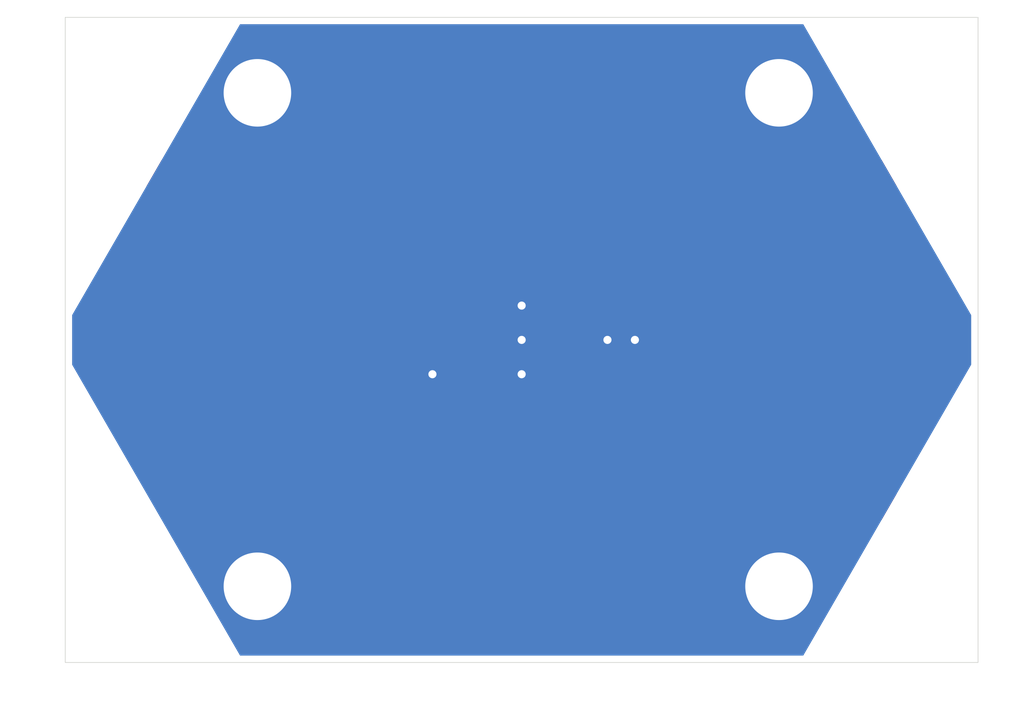
<source format=kicad_pcb>
(kicad_pcb (version 20241229) (generator "pcbnew") (generator_version "9.0")
  (layers (0 "F.Cu" signal) (2 "B.Cu" signal) (13 "F.Paste" user) (15 "B.Paste" user) (5 "F.SilkS" user "F.Silkscreen") (7 "B.SilkS" user "B.Silkscreen") (1 "F.Mask" user) (3 "B.Mask" user) (25 "Edge.Cuts" user))
  (net 0 "")
  (footprint "MountingHole:MountingHole_2.5mm" (layer "F.Cu") (at 6.6548 -2.6416)
    (property "Reference" "REF**" (hide yes))
    (property "Value" "MountingHole_2.5mm")
    (pad "" np_thru_hole circle (at 0.4572 -0.1778) (size 2.5 2.5) (drill 2.5) (layers "*.Cu" "*.Mask"))
  )
  (footprint "MountingHole:MountingHole_2.5mm" (layer "F.Cu") (at 5.6388 -21.082)
    (property "Reference" "REF**" (hide yes))
    (property "Value" "MountingHole_2.5mm")
    (pad "" np_thru_hole circle (at 1.4732 0) (size 2.5 2.5) (drill 2.5) (layers "*.Cu" "*.Mask"))
  )
  (footprint "MountingHole:MountingHole_2.5mm" (layer "F.Cu") (at 27.0256 -2.8448)
    (property "Reference" "REF**" (hide yes))
    (property "Value" "MountingHole_2.5mm")
    (pad "" np_thru_hole circle (at -0.6096 0.0254) (size 2.5 2.5) (drill 2.5) (layers "*.Cu" "*.Mask"))
  )
  (footprint "MountingHole:MountingHole_2.5mm" (layer "F.Cu") (at 27.432 -21.7424)
    (property "Reference" "REF**" (hide yes))
    (property "Value" "MountingHole_2.5mm")
    (pad "" np_thru_hole circle (at -1.016 0.6604) (size 2.5 2.5) (drill 2.5) (layers "*.Cu" "*.Mask"))
  )
  (gr_poly (pts (xy 15.2908 -14.5796) (xy 15.2908 -16.1544) (xy 16.1798 -16.1544) (xy 16.1798 -14.5796)) (fill yes) (layer "F.Cu"))
  (gr_poly (pts (xy 11.33602 -12.827) (xy 3.01244 -17.63268) (xy 3.57124 -18.60042) (xy 11.63574 -13.9446) (xy 14.1224 -13.9446) (xy 14.478 -13.589) (xy 16.129 -13.589) (xy 16.129 -12.827)) (fill yes) (layer "F.Cu"))
  (gr_poly (pts (xy 22.44598 -12.827) (xy 30.76956 -17.63268) (xy 30.21076 -18.60042) (xy 22.14626 -13.9446) (xy 19.6596 -13.9446) (xy 19.304 -13.589) (xy 17.653 -13.589) (xy 17.653 -12.827)) (fill yes) (layer "F.Cu"))
  (gr_poly (pts (xy 11.811 -10.287) (xy 11.811 -11.049) (xy 16.51 -11.049) (xy 16.51 -13.589) (xy 17.272 -13.589) (xy 17.272 -12.319) (xy 25.34158 -12.319) (xy 25.34158 -11.557) (xy 17.272 -11.557) (xy 17.272 -10.287)) (fill yes) (layer "F.Cu"))
  (gr_poly (pts (xy 22.44598 -11.049) (xy 30.76956 -6.24332) (xy 30.21076 -5.27558) (xy 22.14626 -9.9314) (xy 19.6596 -9.9314) (xy 19.304 -10.287) (xy 17.653 -10.287) (xy 17.653 -11.049)) (fill yes) (layer "F.Cu"))
  (gr_poly (pts (xy 0.254 -11.02106) (xy 0.254 -12.85494) (xy 6.46938 -23.622) (xy 27.31262 -23.622) (xy 33.528 -12.85494) (xy 33.528 -11.02106) (xy 27.31262 -0.254) (xy 6.46938 -0.254)) (fill yes) (layer "B.Cu"))
  (gr_rect (start 0 -23.876) (end 33.782 0) (stroke (width 0.0254)) (fill no) (layer "Edge.Cuts"))
  (segment (start 21.209 -2.75336) (end 21.209 -3.11658) (width 0.1778) (layer "F.Cu") (net 0))
  (segment (start 9.398 -2.39014) (end 11.09218 -2.39014) (width 0.1778) (layer "F.Cu") (net 0))
  (segment (start 22.01418 -1.78562) (end 23.58644 -1.78562) (width 0.1778) (layer "F.Cu") (net 0))
  (segment (start 21.209 -3.11658) (end 21.08962 -3.7211) (width 0.1778) (layer "F.Cu") (net 0))
  (segment (start 14.07414 -1.66624) (end 15.76578 -1.66624) (width 0.1778) (layer "F.Cu") (net 0))
  (segment (start 20.4851 -4.10464) (end 20.24126 -4.10464) (width 0.1778) (layer "F.Cu") (net 0))
  (segment (start 14.0208 -20.14982) (end 11.7856 -20.14982) (width 0.38997) (layer "F.Cu") (net 0))
  (segment (start 19.51736 -2.75336) (end 19.63674 -2.14884) (width 0.1778) (layer "F.Cu") (net 0))
  (segment (start 23.04288 -22.31644) (end 23.16226 -22.31644) (width 0.1778) (layer "F.Cu") (net 0))
  (segment (start 21.12772 -22.29358) (end 20.88642 -22.19452) (width 0.1778) (layer "F.Cu") (net 0))
  (segment (start 17.72158 -21.70938) (end 17.72158 -19.77644) (width 0.1778) (layer "F.Cu") (net 0))
  (segment (start 21.08962 -2.14884) (end 21.209 -2.75336) (width 0.1778) (layer "F.Cu") (net 0))
  (segment (start 20.84578 -1.78562) (end 21.08962 -2.14884) (width 0.1778) (layer "F.Cu") (net 0))
  (segment (start 11.7856 -22.17928) (end 14.0208 -22.17928) (width 0.38997) (layer "F.Cu") (net 0))
  (segment (start 12.30122 -3.82016) (end 12.66444 -4.18338) (width 0.1778) (layer "F.Cu") (net 0))
  (segment (start 22.25802 -3.9624) (end 22.49932 -4.064) (width 0.1778) (layer "F.Cu") (net 0))
  (segment (start 15.3035 -2.87528) (end 14.21638 -1.66624) (width 0.1778) (layer "F.Cu") (net 0))
  (segment (start 20.42414 -20.74164) (end 20.54352 -20.38096) (width 0.1778) (layer "F.Cu") (net 0))
  (segment (start 20.24126 -1.66624) (end 20.4851 -1.66624) (width 0.1778) (layer "F.Cu") (net 0))
  (segment (start 19.53514 -22.31644) (end 19.53514 -19.77644) (width 0.1778) (layer "F.Cu") (net 0))
  (segment (start 23.46706 -3.4798) (end 23.36546 -3.2385) (width 0.1778) (layer "F.Cu") (net 0))
  (segment (start 23.24608 -4.08432) (end 23.36546 -3.9624) (width 0.1778) (layer "F.Cu") (net 0))
  (segment (start 14.6304 -19.304) (end 14.6304 -20.1168) (width 0.38997) (layer "F.Cu") (net 0))
  (segment (start 22.19706 -21.70938) (end 22.09546 -21.95322) (width 0.1778) (layer "F.Cu") (net 0))
  (segment (start 20.84578 -3.98272) (end 20.4851 -4.10464) (width 0.1778) (layer "F.Cu") (net 0))
  (segment (start 15.16126 -4.064) (end 15.4051 -3.9624) (width 0.1778) (layer "F.Cu") (net 0))
  (segment (start 10.48766 -3.84302) (end 10.48766 -1.66624) (width 0.1778) (layer "F.Cu") (net 0))
  (segment (start 11.09218 -2.39014) (end 11.09218 -2.27076) (width 0.1778) (layer "F.Cu") (net 0))
  (segment (start 20.88642 -22.0726) (end 20.64512 -21.70938) (width 0.1778) (layer "F.Cu") (net 0))
  (segment (start 23.22322 -3.2385) (end 22.98192 -2.87528) (width 0.1778) (layer "F.Cu") (net 0))
  (segment (start 23.32482 -3.7211) (end 23.32482 -3.4798) (width 0.1778) (layer "F.Cu") (net 0))
  (segment (start 19.41322 -19.77644) (end 19.53514 -19.77644) (width 0.1778) (layer "F.Cu") (net 0))
  (segment (start 15.16126 -2.87528) (end 14.07414 -1.66624) (width 0.1778) (layer "F.Cu") (net 0))
  (segment (start 23.46706 -3.7211) (end 23.46706 -3.4798) (width 0.1778) (layer "F.Cu") (net 0))
  (segment (start 19.99996 -4.10464) (end 19.75866 -3.74142) (width 0.1778) (layer "F.Cu") (net 0))
  (segment (start 20.7264 -1.80594) (end 20.9677 -2.16916) (width 0.1778) (layer "F.Cu") (net 0))
  (segment (start 20.4851 -4.20624) (end 20.24126 -4.20624) (width 0.1778) (layer "F.Cu") (net 0))
  (segment (start 21.85416 -19.89582) (end 22.09546 -20.13712) (width 0.1778) (layer "F.Cu") (net 0))
  (segment (start 21.85416 -20.01774) (end 21.97354 -20.13712) (width 0.1778) (layer "F.Cu") (net 0))
  (segment (start 19.63674 -3.7211) (end 19.51736 -3.11658) (width 0.1778) (layer "F.Cu") (net 0))
  (segment (start 15.4051 -3.9624) (end 15.50416 -3.7211) (width 0.1778) (layer "F.Cu") (net 0))
  (segment (start 15.76578 -1.78562) (end 15.76578 -1.66624) (width 0.1778) (layer "F.Cu") (net 0))
  (segment (start 22.51964 -4.18338) (end 23.00224 -4.18338) (width 0.1778) (layer "F.Cu") (net 0))
  (segment (start 21.61286 -19.79676) (end 21.85416 -19.89582) (width 0.1778) (layer "F.Cu") (net 0))
  (segment (start 20.4851 -1.66624) (end 20.84578 -1.78562) (width 0.1778) (layer "F.Cu") (net 0))
  (segment (start 17.72158 -19.77644) (end 17.59966 -19.77644) (width 0.1778) (layer "F.Cu") (net 0))
  (segment (start 20.88642 -19.89582) (end 21.12772 -19.79676) (width 0.1778) (layer "F.Cu") (net 0))
  (segment (start 14.43736 -3.9624) (end 14.67866 -4.064) (width 0.1778) (layer "F.Cu") (net 0))
  (segment (start 15.6464 -3.4798) (end 15.5448 -3.2385) (width 0.1778) (layer "F.Cu") (net 0))
  (segment (start 22.15642 -3.7211) (end 22.25802 -3.9624) (width 0.1778) (layer "F.Cu") (net 0))
  (segment (start 12.54252 -3.92176) (end 12.54252 -1.6256) (width 0.1778) (layer "F.Cu") (net 0))
  (segment (start 23.00224 -4.18338) (end 23.24608 -4.08432) (width 0.1778) (layer "F.Cu") (net 0))
  (segment (start 22.98192 -4.064) (end 23.22322 -3.9624) (width 0.1778) (layer "F.Cu") (net 0))
  (segment (start 22.09546 -21.95322) (end 21.85416 -22.19452) (width 0.1778) (layer "F.Cu") (net 0))
  (segment (start 21.8948 -1.66624) (end 23.58644 -1.66624) (width 0.1778) (layer "F.Cu") (net 0))
  (segment (start 20.4851 -1.80594) (end 20.84578 -1.92786) (width 0.1778) (layer "F.Cu") (net 0))
  (segment (start 21.12772 -19.79676) (end 21.61286 -19.79676) (width 0.1778) (layer "F.Cu") (net 0))
  (segment (start 15.4051 -3.2385) (end 15.16126 -2.87528) (width 0.1778) (layer "F.Cu") (net 0))
  (segment (start 21.12772 -22.1742) (end 20.88642 -22.0726) (width 0.1778) (layer "F.Cu") (net 0))
  (segment (start 23.16226 -22.31644) (end 23.16226 -19.89582) (width 0.1778) (layer "F.Cu") (net 0))
  (segment (start 17.59966 -22.31644) (end 17.59966 -19.77644) (width 0.1778) (layer "F.Cu") (net 0))
  (segment (start 19.51736 -3.11658) (end 19.51736 -2.75336) (width 0.1778) (layer "F.Cu") (net 0))
  (segment (start 14.69898 -4.18338) (end 15.18412 -4.18338) (width 0.1778) (layer "F.Cu") (net 0))
  (segment (start 19.87804 -1.78562) (end 20.24126 -1.66624) (width 0.1778) (layer "F.Cu") (net 0))
  (segment (start 14.67866 -4.064) (end 15.16126 -4.064) (width 0.1778) (layer "F.Cu") (net 0))
  (segment (start 22.0345 -3.59918) (end 22.15642 -3.59918) (width 0.1778) (layer "F.Cu") (net 0))
  (segment (start 21.85416 -22.0726) (end 21.61286 -22.1742) (width 0.1778) (layer "F.Cu") (net 0))
  (segment (start 20.5232 -20.74164) (end 20.64512 -20.38096) (width 0.1778) (layer "F.Cu") (net 0))
  (segment (start 10.60704 -4.20624) (end 10.60704 -1.66624) (width 0.1778) (layer "F.Cu") (net 0))
  (segment (start 23.36546 -3.2385) (end 23.12416 -2.87528) (width 0.1778) (layer "F.Cu") (net 0))
  (segment (start 20.9677 -3.74142) (end 20.7264 -4.10464) (width 0.1778) (layer "F.Cu") (net 0))
  (segment (start 14.0208 -20.14982) (end 16.25346 -20.14982) (width 0.38997) (layer "F.Cu") (net 0))
  (segment (start 14.33576 -3.7211) (end 14.43736 -3.9624) (width 0.1778) (layer "F.Cu") (net 0))
  (segment (start 23.22322 -3.9624) (end 23.32482 -3.7211) (width 0.1778) (layer "F.Cu") (net 0))
  (segment (start 23.36546 -3.9624) (end 23.46706 -3.7211) (width 0.1778) (layer "F.Cu") (net 0))
  (segment (start 20.24126 -1.80594) (end 20.4851 -1.80594) (width 0.1778) (layer "F.Cu") (net 0))
  (segment (start 19.63674 -2.77368) (end 19.75866 -2.16916) (width 0.1778) (layer "F.Cu") (net 0))
  (segment (start 19.41322 -21.70938) (end 19.41322 -19.77644) (width 0.1778) (layer "F.Cu") (net 0))
  (segment (start 15.84706 -19.33702) (end 15.84706 -20.14982) (width 0.38997) (layer "F.Cu") (net 0))
  (segment (start 14.33576 -3.9624) (end 14.45768 -4.08432) (width 0.1778) (layer "F.Cu") (net 0))
  (segment (start 22.27834 -4.08432) (end 22.51964 -4.18338) (width 0.1778) (layer "F.Cu") (net 0))
  (segment (start 21.61286 -19.91614) (end 21.85416 -20.01774) (width 0.1778) (layer "F.Cu") (net 0))
  (segment (start 16.25346 -22.17928) (end 14.0208 -22.17928) (width 0.38997) (layer "F.Cu") (net 0))
  (segment (start 21.97354 -20.13712) (end 22.07514 -20.38096) (width 0.1778) (layer "F.Cu") (net 0))
  (segment (start 20.54352 -21.70938) (end 20.42414 -21.3487) (width 0.1778) (layer "F.Cu") (net 0))
  (segment (start 23.04288 -22.31644) (end 23.04288 -19.77644) (width 0.1778) (layer "F.Cu") (net 0))
  (segment (start 12.54252 -1.6256) (end 12.66444 -1.6256) (width 0.1778) (layer "F.Cu") (net 0))
  (segment (start 16.25346 -20.14982) (end 16.25346 -22.17928) (width 0.38997) (layer "F.Cu") (net 0))
  (segment (start 11.7856 -20.14982) (end 11.7856 -22.17928) (width 0.38997) (layer "F.Cu") (net 0))
  (segment (start 15.50416 -3.4798) (end 15.4051 -3.2385) (width 0.1778) (layer "F.Cu") (net 0))
  (segment (start 9.27608 -2.27076) (end 11.09218 -2.27076) (width 0.1778) (layer "F.Cu") (net 0))
  (segment (start 14.2367 -3.59918) (end 14.2367 -3.7211) (width 0.1778) (layer "F.Cu") (net 0))
  (segment (start 16.61414 -2.75336) (end 18.669 -2.75336) (width 0.1778) (layer "F.Cu") (net 0))
  (segment (start 21.08962 -3.7211) (end 20.84578 -4.08432) (width 0.1778) (layer "F.Cu") (net 0))
  (segment (start 20.42414 -21.3487) (end 20.42414 -20.74164) (width 0.1778) (layer "F.Cu") (net 0))
  (segment (start 22.07514 -20.38096) (end 22.19706 -20.38096) (width 0.1778) (layer "F.Cu") (net 0))
  (segment (start 20.88642 -22.19452) (end 20.64512 -21.95322) (width 0.1778) (layer "F.Cu") (net 0))
  (segment (start 22.49932 -4.064) (end 22.98192 -4.064) (width 0.1778) (layer "F.Cu") (net 0))
  (segment (start 12.192 -19.33702) (end 12.192 -20.14982) (width 0.38997) (layer "F.Cu") (net 0))
  (segment (start 19.63674 -3.1369) (end 19.63674 -2.77368) (width 0.1778) (layer "F.Cu") (net 0))
  (segment (start 10.48766 -1.66624) (end 10.60704 -1.66624) (width 0.1778) (layer "F.Cu") (net 0))
  (segment (start 15.18412 -4.18338) (end 15.42542 -4.08432) (width 0.1778) (layer "F.Cu") (net 0))
  (segment (start 23.16226 -19.89582) (end 24.49322 -19.89582) (width 0.1778) (layer "F.Cu") (net 0))
  (segment (start 20.54352 -20.38096) (end 20.64512 -20.13712) (width 0.1778) (layer "F.Cu") (net 0))
  (segment (start 10.48766 -3.84302) (end 9.398 -2.27076) (width 0.1778) (layer "F.Cu") (net 0))
  (segment (start 21.85416 -22.19452) (end 21.61286 -22.29358) (width 0.1778) (layer "F.Cu") (net 0))
  (segment (start 19.63674 -2.14884) (end 19.87804 -1.78562) (width 0.1778) (layer "F.Cu") (net 0))
  (segment (start 12.66444 -4.18338) (end 12.66444 -1.64592) (width 0.1778) (layer "F.Cu") (net 0))
  (segment (start 14.45768 -4.08432) (end 14.69898 -4.18338) (width 0.1778) (layer "F.Cu") (net 0))
  (segment (start 14.19352 -1.78562) (end 15.76578 -1.78562) (width 0.1778) (layer "F.Cu") (net 0))
  (segment (start 20.64512 -20.38096) (end 20.88642 -20.01774) (width 0.1778) (layer "F.Cu") (net 0))
  (segment (start 22.15642 -3.59918) (end 22.15642 -3.7211) (width 0.1778) (layer "F.Cu") (net 0))
  (segment (start 21.61286 -22.29358) (end 21.12772 -22.29358) (width 0.1778) (layer "F.Cu") (net 0))
  (segment (start 22.05736 -3.7211) (end 22.15642 -3.9624) (width 0.1778) (layer "F.Cu") (net 0))
  (segment (start 19.41322 -21.70938) (end 18.5674 -19.77644) (width 0.1778) (layer "F.Cu") (net 0))
  (segment (start 15.42542 -4.08432) (end 15.5448 -3.9624) (width 0.1778) (layer "F.Cu") (net 0))
  (segment (start 10.60704 -4.20624) (end 9.27608 -2.27076) (width 0.1778) (layer "F.Cu") (net 0))
  (segment (start 17.59966 -22.31644) (end 18.5674 -20.13712) (width 0.1778) (layer "F.Cu") (net 0))
  (segment (start 20.9677 -2.16916) (end 21.08962 -2.77368) (width 0.1778) (layer "F.Cu") (net 0))
  (segment (start 15.6464 -3.7211) (end 15.6464 -3.4798) (width 0.1778) (layer "F.Cu") (net 0))
  (segment (start 12.05992 -3.7211) (end 12.30122 -3.82016) (width 0.1778) (layer "F.Cu") (net 0))
  (segment (start 24.49322 -19.89582) (end 24.49322 -19.77644) (width 0.1778) (layer "F.Cu") (net 0))
  (segment (start 23.58644 -1.78562) (end 23.58644 -1.66624) (width 0.1778) (layer "F.Cu") (net 0))
  (segment (start 22.98192 -2.87528) (end 21.8948 -1.66624) (width 0.1778) (layer "F.Cu") (net 0))
  (segment (start 13.4112 -19.33702) (end 13.4112 -20.14982) (width 0.38997) (layer "F.Cu") (net 0))
  (segment (start 19.53514 -22.31644) (end 18.5674 -20.13712) (width 0.1778) (layer "F.Cu") (net 0))
  (segment (start 19.75866 -2.16916) (end 19.99996 -1.80594) (width 0.1778) (layer "F.Cu") (net 0))
  (segment (start 14.2367 -3.7211) (end 14.33576 -3.9624) (width 0.1778) (layer "F.Cu") (net 0))
  (segment (start 21.12772 -19.91614) (end 21.61286 -19.91614) (width 0.1778) (layer "F.Cu") (net 0))
  (segment (start 14.33576 -3.59918) (end 14.33576 -3.7211) (width 0.1778) (layer "F.Cu") (net 0))
  (segment (start 22.07514 -21.70938) (end 21.97354 -21.95322) (width 0.1778) (layer "F.Cu") (net 0))
  (segment (start 12.05992 -3.57886) (end 12.30122 -3.68046) (width 0.1778) (layer "F.Cu") (net 0))
  (segment (start 21.08962 -3.1369) (end 20.9677 -3.74142) (width 0.1778) (layer "F.Cu") (net 0))
  (segment (start 21.61286 -22.1742) (end 21.12772 -22.1742) (width 0.1778) (layer "F.Cu") (net 0))
  (segment (start 23.04288 -19.77644) (end 24.49322 -19.77644) (width 0.1778) (layer "F.Cu") (net 0))
  (segment (start 22.05736 -3.59918) (end 22.05736 -3.7211) (width 0.1778) (layer "F.Cu") (net 0))
  (segment (start 21.08962 -2.77368) (end 21.08962 -3.1369) (width 0.1778) (layer "F.Cu") (net 0))
  (segment (start 20.84578 -4.08432) (end 20.4851 -4.20624) (width 0.1778) (layer "F.Cu") (net 0))
  (segment (start 20.64512 -21.70938) (end 20.5232 -21.3487) (width 0.1778) (layer "F.Cu") (net 0))
  (segment (start 23.12416 -2.87528) (end 22.0345 -1.66624) (width 0.1778) (layer "F.Cu") (net 0))
  (segment (start 18.669 -2.87528) (end 18.669 -2.75336) (width 0.1778) (layer "F.Cu") (net 0))
  (segment (start 22.19706 -21.70938) (end 22.07514 -21.70938) (width 0.1778) (layer "F.Cu") (net 0))
  (segment (start 20.24126 -4.20624) (end 19.87804 -4.08432) (width 0.1778) (layer "F.Cu") (net 0))
  (segment (start 16.61414 -2.87528) (end 16.61414 -2.75336) (width 0.1778) (layer "F.Cu") (net 0))
  (segment (start 19.87804 -4.08432) (end 19.63674 -3.7211) (width 0.1778) (layer "F.Cu") (net 0))
  (segment (start 12.30122 -3.68046) (end 12.54252 -3.92176) (width 0.1778) (layer "F.Cu") (net 0))
  (segment (start 22.09546 -20.13712) (end 22.19706 -20.38096) (width 0.1778) (layer "F.Cu") (net 0))
  (segment (start 16.61414 -2.87528) (end 18.669 -2.87528) (width 0.1778) (layer "F.Cu") (net 0))
  (segment (start 23.32482 -3.4798) (end 23.22322 -3.2385) (width 0.1778) (layer "F.Cu") (net 0))
  (segment (start 15.50416 -3.7211) (end 15.50416 -3.4798) (width 0.1778) (layer "F.Cu") (net 0))
  (segment (start 19.75866 -3.74142) (end 19.63674 -3.1369) (width 0.1778) (layer "F.Cu") (net 0))
  (segment (start 17.72158 -21.70938) (end 18.5674 -19.77644) (width 0.1778) (layer "F.Cu") (net 0))
  (segment (start 20.64512 -20.13712) (end 20.88642 -19.89582) (width 0.1778) (layer "F.Cu") (net 0))
  (segment (start 20.5232 -21.3487) (end 20.5232 -20.74164) (width 0.1778) (layer "F.Cu") (net 0))
  (segment (start 19.87804 -1.92786) (end 20.24126 -1.80594) (width 0.1778) (layer "F.Cu") (net 0))
  (segment (start 22.15642 -3.9624) (end 22.27834 -4.08432) (width 0.1778) (layer "F.Cu") (net 0))
  (segment (start 12.05992 -3.70078) (end 12.05992 -3.57886) (width 0.1778) (layer "F.Cu") (net 0))
  (segment (start 20.24126 -4.10464) (end 19.87804 -3.98272) (width 0.1778) (layer "F.Cu") (net 0))
  (segment (start 20.64512 -21.95322) (end 20.54352 -21.70938) (width 0.1778) (layer "F.Cu") (net 0))
  (segment (start 15.5448 -3.2385) (end 15.3035 -2.87528) (width 0.1778) (layer "F.Cu") (net 0))
  (segment (start 15.5448 -3.9624) (end 15.6464 -3.7211) (width 0.1778) (layer "F.Cu") (net 0))
  (segment (start 14.21638 -3.59918) (end 14.33576 -3.59918) (width 0.1778) (layer "F.Cu") (net 0))
  (segment (start 20.88642 -20.01774) (end 21.12772 -19.91614) (width 0.1778) (layer "F.Cu") (net 0))
  (segment (start 21.97354 -21.95322) (end 21.85416 -22.0726) (width 0.1778) (layer "F.Cu") (net 0))
  (via (at 16.891 -11.938) (size 0.6) (drill 0.3) (layers "F.Cu" "B.Cu") (net 0))
  (via (at 21.082 -11.938) (size 0.6) (drill 0.3) (layers "F.Cu" "B.Cu") (net 0))
  (via (at 16.891 -10.668) (size 0.6) (drill 0.3) (layers "F.Cu" "B.Cu") (net 0))
  (via (at 13.589 -10.668) (size 0.6) (drill 0.3) (layers "F.Cu" "B.Cu") (net 0))
  (via (at 16.891 -13.208) (size 0.6) (drill 0.3) (layers "F.Cu" "B.Cu") (net 0))
  (via (at 20.066 -11.938) (size 0.6) (drill 0.3) (layers "F.Cu" "B.Cu") (net 0))
)
</source>
